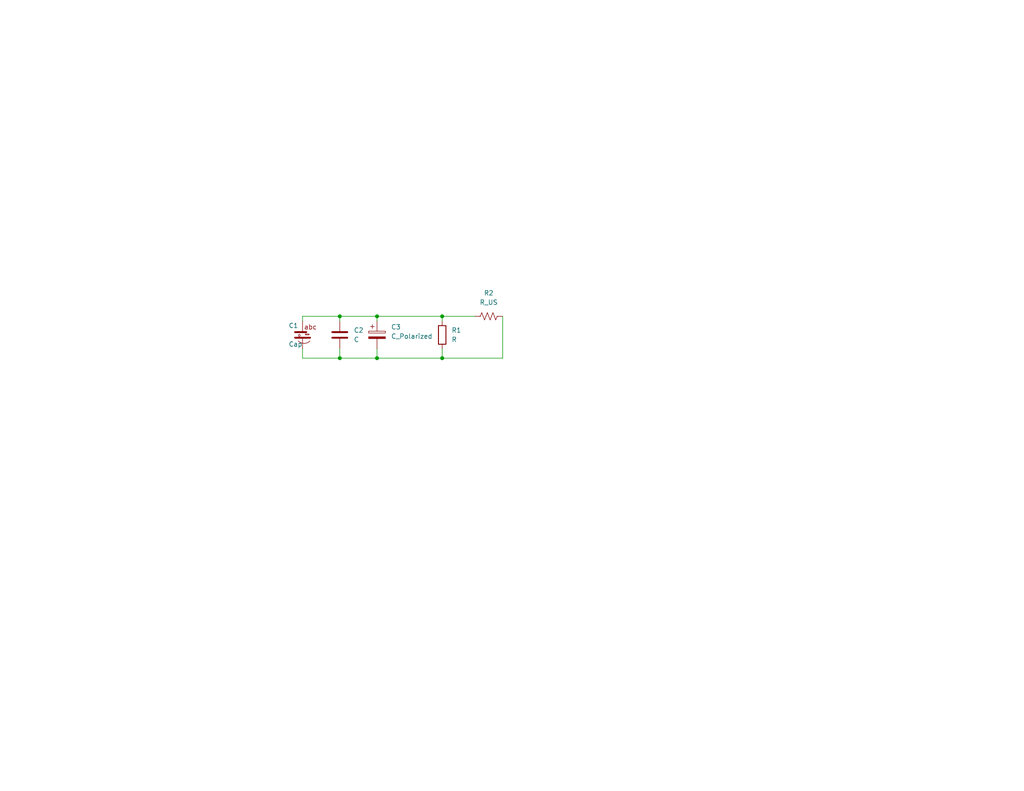
<source format=kicad_sch>
(kicad_sch (version 20211123) (generator eeschema)
  (paper "USLetter")
  (title_block (title "Test PCB - Bad Lib Table") (date "2022-06-04"))
  (lib_symbols
    (symbol "Device:C" (pin_numbers hide) (pin_names (offset 0.254))
      (property "Reference" "C" (at 0.635 2.54 0))
      (property "Value" "C" (at 0.635 -2.54 0))
      (symbol "C_0_1"
        (polyline (pts (xy -2.032 -0.762) (xy 2.032 -0.762)) (stroke (width 0.508)))
        (polyline (pts (xy -2.032 0.762) (xy 2.032 0.762)) (stroke (width 0.508)))
      )
      (symbol "C_1_1"
        (pin passive line (at 0 3.81 270) (length 2.794) (name "~") (number "1"))
        (pin passive line (at 0 -3.81 90) (length 2.794) (name "~") (number "2"))
      )
    )
    (symbol "Device:C_Polarized" (pin_numbers hide) (pin_names (offset 0.254))
      (property "Reference" "C" (at 0.635 2.54 0))
      (property "Value" "C_Polarized" (at 0.635 -2.54 0))
      (symbol "C_Polarized_0_1"
        (rectangle (start -2.286 0.508) (end 2.286 1.016))
        (polyline (pts (xy -1.778 2.286) (xy -0.762 2.286)))
        (polyline (pts (xy -1.27 2.794) (xy -1.27 1.778)))
        (rectangle (start 2.286 -0.508) (end -2.286 -1.016) (fill (type outline)))
      )
      (symbol "C_Polarized_1_1"
        (pin passive line (at 0 3.81 270) (length 2.794) (name "~") (number "1"))
        (pin passive line (at 0 -3.81 90) (length 2.794) (name "~") (number "2"))
      )
    )
    (symbol "Device:R" (pin_numbers hide) (pin_names (offset 0))
      (property "Reference" "R" (at 2.032 0 90))
      (property "Value" "R" (at 0 0 90))
      (symbol "R_0_1"
        (rectangle (start -1.016 -2.54) (end 1.016 2.54) (stroke (width 0.254)))
      )
      (symbol "R_1_1"
        (pin passive line (at 0 3.81 270) (length 1.27) (name "~") (number "1"))
        (pin passive line (at 0 -3.81 90) (length 1.27) (name "~") (number "2"))
      )
    )
    (symbol "Device:R_US" (pin_numbers hide) (pin_names (offset 0))
      (property "Reference" "R" (at 2.54 0 90))
      (property "Value" "R_US" (at -2.54 0 90))
      (symbol "R_US_0_1"
        (polyline (pts (xy 0 -2.286) (xy 0 -2.54)))
        (polyline (pts (xy 0 2.286) (xy 0 2.54)))
        (polyline (pts (xy 0 -0.762) (xy 1.016 -1.143) (xy 0 -1.524) (xy -1.016 -1.905) (xy 0 -2.286)))
        (polyline (pts (xy 0 0.762) (xy 1.016 0.381) (xy 0 0) (xy -1.016 -0.381) (xy 0 -0.762)))
        (polyline (pts (xy 0 2.286) (xy 1.016 1.905) (xy 0 1.524) (xy -1.016 1.143) (xy 0 0.762)))
      )
      (symbol "R_US_1_1"
        (pin passive line (at 0 3.81 270) (length 1.27) (name "~") (number "1"))
        (pin passive line (at 0 -3.81 90) (length 1.27) (name "~") (number "2"))
      )
    )
    (symbol "test_lib:C" (pin_numbers hide) (pin_names (offset 0.254))
      (property "Reference" "C" (at 0.635 2.54 0))
      (property "Value" "C" (at 0.635 -2.54 0))
      (symbol "C_0_0"
        (text "abc" (at -2.159 2.159 0) (effects (font (size 1.27 1.27))))
      )
      (symbol "C_0_1"
        (arc (start -2.032 -1.651) (mid -0.4445 -2.3085) (end 1.143 -1.651))
        (rectangle (start -1.778 0) (end -0.762 0.254))
        (polyline (pts (xy -2.032 -0.762) (xy 2.032 -0.762)) (stroke (width 0.508)))
        (polyline (pts (xy -1.016 0.762) (xy 2.032 0.762)) (stroke (width 0.508)))
        (circle (center 0.889 -0.127) (radius 0.254))
      )
      (symbol "C_1_1"
        (pin passive line (at 0 3.81 270) (length 2.794) (name "~") (number "1"))
        (pin passive line (at 0 -3.81 90) (length 2.794) (name "~") (number "2"))
      )
    )
  )
  (junction (at 120.65 86.36))
  (junction (at 102.87 86.36))
  (junction (at 92.71 86.36))
  (junction (at 92.71 97.79))
  (junction (at 102.87 97.79))
  (junction (at 120.65 97.79))
  (wire (pts (xy 82.55 97.79) (xy 92.71 97.79)))
  (wire (pts (xy 120.65 86.36) (xy 129.54 86.36)))
  (wire (pts (xy 102.87 97.79) (xy 120.65 97.79)))
  (wire (pts (xy 137.16 86.36) (xy 137.16 97.79)))
  (wire (pts (xy 120.65 97.79) (xy 137.16 97.79)))
  (wire (pts (xy 120.65 86.36) (xy 120.65 87.63)))
  (wire (pts (xy 120.65 95.25) (xy 120.65 97.79)))
  (wire (pts (xy 102.87 86.36) (xy 102.87 87.63)))
  (wire (pts (xy 82.55 95.25) (xy 82.55 97.79)))
  (wire (pts (xy 120.65 86.36) (xy 102.87 86.36)))
  (wire (pts (xy 92.71 86.36) (xy 92.71 87.63)))
  (wire (pts (xy 92.71 86.36) (xy 82.55 86.36)))
  (wire (pts (xy 82.55 86.36) (xy 82.55 87.63)))
  (wire (pts (xy 92.71 97.79) (xy 102.87 97.79)))
  (wire (pts (xy 102.87 95.25) (xy 102.87 97.79)))
  (wire (pts (xy 92.71 95.25) (xy 92.71 97.79)))
  (wire (pts (xy 102.87 86.36) (xy 92.71 86.36)))
  (symbol (lib_id "Device:R_US") (at 133.35 86.36 90) (unit 1)
    (property "Reference" "R2" (at 133.35 80.01 90))
    (property "Value" "R_US" (at 133.35 82.55 90))
    (property "Footprint" "Resistor_SMD:R_4020_10251Metric_Pad1.65x5.30mm_HandSolder" (effects hide))
  )
  (symbol (lib_id "test_lib:C") (at 82.55 91.44 0) (mirror y) (unit 1)
    (property "Reference" "C1" (at 78.74 88.9 0) (effects (font (size 1.25 1.25)) (justify right)))
    (property "Value" "Cap" (at 78.74 93.98 0) (effects (justify right)))
    (property "Footprint" "test_lib:C_0805_MOD" (effects hide))
    (property "Datasheet" "www.example.com" (effects hide))
  )
  (symbol (lib_id "Device:R") (at 120.65 91.44 0) (unit 1)
    (property "Reference" "R1" (at 123.19 90.1699 0) (effects (justify left)))
    (property "Value" "R" (at 123.19 92.7099 0) (effects (justify left)))
    (property "Footprint" "Resistor_SMD:R_0612_1632Metric_Pad1.18x3.40mm_HandSolder" (effects hide))
  )
  (symbol (lib_id "Device:C") (at 92.71 91.44 0) (unit 1)
    (property "Reference" "C2" (at 96.52 90.1699 0) (effects (justify left)))
    (property "Value" "C" (at 96.52 92.7099 0) (effects (justify left)))
    (property "Footprint" "Capacitor_SMD:C_2220_5650Metric_Pad1.97x5.40mm_HandSolder" (effects hide))
  )
  (symbol (lib_id "Device:C_Polarized") (at 102.87 91.44 0) (unit 1)
    (property "Reference" "C3" (at 106.68 89.2809 0) (effects (justify left)))
    (property "Value" "C_Polarized" (at 106.68 91.8209 0) (effects (justify left)))
    (property "Footprint" "Capacitor_SMD:CP_Elec_6.3x5.3" (effects hide))
  )
)
</source>
